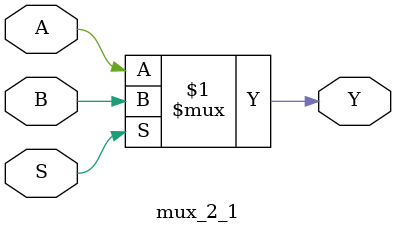
<source format=v>
module mux_2_1(
  output Y,
  input A, B, S
);

  assign Y = (S)?B:A;

endmodule

</source>
